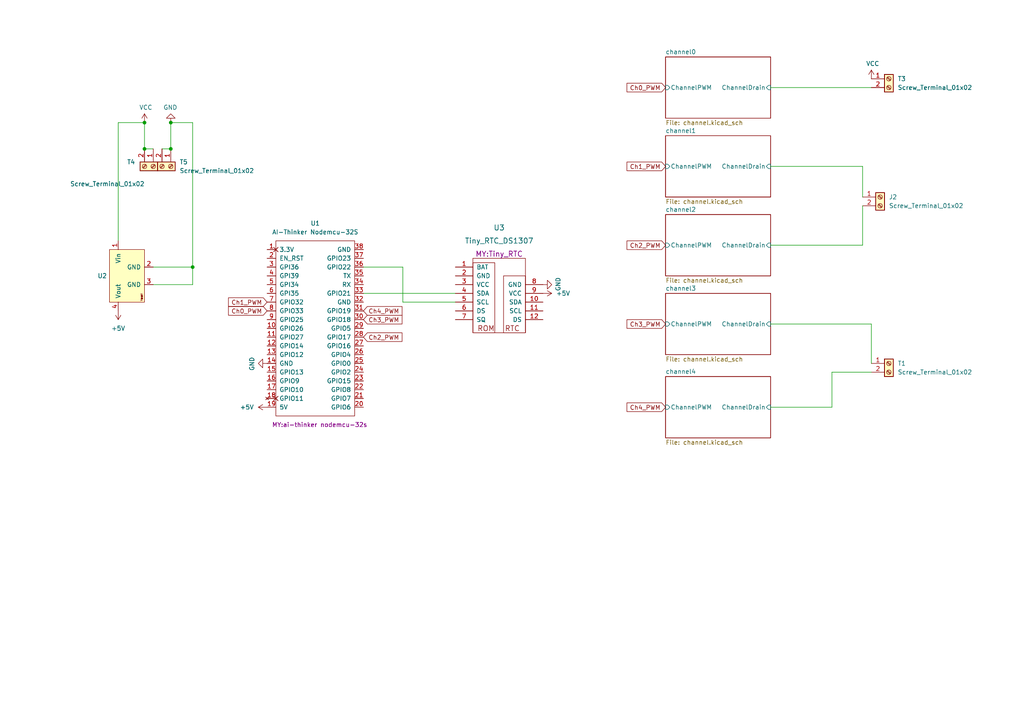
<source format=kicad_sch>
(kicad_sch (version 20211123) (generator eeschema)
  (paper "A4")
  (lib_symbols
    (symbol "Connector:Screw_Terminal_01x02" (pin_names (offset 1.016) hide)
      (property "Reference" "J" (at 0 2.54 0))
      (property "Value" "Screw_Terminal_01x02" (at 0 -5.08 0))
      (symbol "Screw_Terminal_01x02_1_1"
        (rectangle (start -1.27 1.27) (end 1.27 -3.81) (stroke (width 0.254)) (fill (type background)))
        (circle (center 0 -2.54) (radius 0.635) (stroke (width 0.1524)))
        (polyline (pts (xy -0.5334 -2.2098) (xy 0.3302 -3.048)) (stroke (width 0.1524)))
        (polyline (pts (xy -0.5334 0.3302) (xy 0.3302 -0.508)) (stroke (width 0.1524)))
        (polyline (pts (xy -0.3556 -2.032) (xy 0.508 -2.8702)) (stroke (width 0.1524)))
        (polyline (pts (xy -0.3556 0.508) (xy 0.508 -0.3302)) (stroke (width 0.1524)))
        (circle (center 0 0) (radius 0.635) (stroke (width 0.1524)))
        (pin passive line (at -5.08 0 0) (length 3.81) (name "Pin_1") (number "1"))
        (pin passive line (at -5.08 -2.54 0) (length 3.81) (name "Pin_2") (number "2"))
      )
    )
    (symbol "ai-thinker nodemcu-32s:AI-Thinker Nodemcu-32S" (pin_names (offset 1.016))
      (property "Reference" "U" (at -10.16 8.89 0))
      (property "Value" "AI-Thinker Nodemcu-32S" (at 0 -44.45 0))
      (symbol "AI-Thinker Nodemcu-32S_0_1"
        (rectangle (start -11.43 7.62) (end 11.43 -43.18))
      )
      (symbol "AI-Thinker Nodemcu-32S_1_1"
        (pin power_out non_logic (at -13.97 5.08 0) (length 2.54) (name "3.3V") (number "1"))
        (pin bidirectional line (at -13.97 -17.78 0) (length 2.54) (name "GPIO26") (number "10"))
        (pin bidirectional line (at -13.97 -20.32 0) (length 2.54) (name "GPIO27") (number "11"))
        (pin bidirectional line (at -13.97 -22.86 0) (length 2.54) (name "GPIO14") (number "12"))
        (pin bidirectional line (at -13.97 -25.4 0) (length 2.54) (name "GPIO12") (number "13"))
        (pin power_in line (at -13.97 -27.94 0) (length 2.54) (name "GND") (number "14"))
        (pin bidirectional line (at -13.97 -30.48 0) (length 2.54) (name "GPIO13") (number "15"))
        (pin bidirectional line (at -13.97 -33.02 0) (length 2.54) (name "GPIO9") (number "16"))
        (pin bidirectional line (at -13.97 -35.56 0) (length 2.54) (name "GPIO10") (number "17"))
        (pin no_connect non_logic (at -13.97 -38.1 0) (length 2.54) (name "GPIO11") (number "18"))
        (pin power_in line (at -13.97 -40.64 0) (length 2.54) (name "5V") (number "19"))
        (pin bidirectional line (at -13.97 2.54 0) (length 2.54) (name "EN_RST") (number "2"))
        (pin bidirectional line (at 13.97 -40.64 180) (length 2.54) (name "GPIO6") (number "20"))
        (pin bidirectional line (at 13.97 -38.1 180) (length 2.54) (name "GPIO7") (number "21"))
        (pin bidirectional line (at 13.97 -35.56 180) (length 2.54) (name "GPIO8") (number "22"))
        (pin bidirectional line (at 13.97 -33.02 180) (length 2.54) (name "GPIO15") (number "23"))
        (pin bidirectional line (at 13.97 -30.48 180) (length 2.54) (name "GPIO2") (number "24"))
        (pin bidirectional line (at 13.97 -27.94 180) (length 2.54) (name "GPIO0") (number "25"))
        (pin bidirectional line (at 13.97 -25.4 180) (length 2.54) (name "GPIO4") (number "26"))
        (pin bidirectional line (at 13.97 -22.86 180) (length 2.54) (name "GPIO16") (number "27"))
        (pin bidirectional line (at 13.97 -20.32 180) (length 2.54) (name "GPIO17") (number "28"))
        (pin bidirectional line (at 13.97 -17.78 180) (length 2.54) (name "GPIO5") (number "29"))
        (pin input line (at -13.97 0 0) (length 2.54) (name "GPI36") (number "3"))
        (pin bidirectional line (at 13.97 -15.24 180) (length 2.54) (name "GPIO18") (number "30"))
        (pin bidirectional line (at 13.97 -12.7 180) (length 2.54) (name "GPIO19") (number "31"))
        (pin tri_state line (at 13.97 -10.16 180) (length 2.54) (name "GND") (number "32"))
        (pin bidirectional line (at 13.97 -7.62 180) (length 2.54) (name "GPIO21") (number "33"))
        (pin bidirectional line (at 13.97 -5.08 180) (length 2.54) (name "RX") (number "34"))
        (pin bidirectional line (at 13.97 -2.54 180) (length 2.54) (name "TX") (number "35"))
        (pin bidirectional line (at 13.97 0 180) (length 2.54) (name "GPIO22") (number "36"))
        (pin bidirectional line (at 13.97 2.54 180) (length 2.54) (name "GPIO23") (number "37"))
        (pin passive line (at 13.97 5.08 180) (length 2.54) (name "GND") (number "38"))
        (pin input line (at -13.97 -2.54 0) (length 2.54) (name "GPI39") (number "4"))
        (pin input line (at -13.97 -5.08 0) (length 2.54) (name "GPI34") (number "5"))
        (pin input line (at -13.97 -7.62 0) (length 2.54) (name "GPI35") (number "6"))
        (pin bidirectional line (at -13.97 -10.16 0) (length 2.54) (name "GPIO32") (number "7"))
        (pin bidirectional line (at -13.97 -12.7 0) (length 2.54) (name "GPIO33") (number "8"))
        (pin bidirectional line (at -13.97 -15.24 0) (length 2.54) (name "GPIO25") (number "9"))
      )
    )
    (symbol "crumpschemes:Tiny_RTC_DS1307" (pin_names (offset 1.016))
      (property "Reference" "U" (at 0 15.24 0))
      (property "Value" "Tiny_RTC_DS1307" (at 0 -11.43 0))
      (symbol "Tiny_RTC_DS1307_0_0"
        (rectangle (start -7.62 12.7) (end 7.62 -8.89))
        (rectangle (start -1.27 12.7) (end -7.62 -3.81))
        (rectangle (start 1.27 12.7) (end 7.62 -7.62))
        (text "ROM" (at 3.81 11.43 0) (effects (font (size 1.524 1.524))))
        (text "RTC" (at -3.81 11.43 0) (effects (font (size 1.524 1.524))))
      )
      (symbol "Tiny_RTC_DS1307_1_1"
        (pin bidirectional line (at 12.7 -6.35 180) (length 5.08) (name "BAT") (number "1"))
        (pin bidirectional line (at -12.7 3.81 0) (length 5.08) (name "SDA") (number "10"))
        (pin bidirectional line (at -12.7 6.35 0) (length 5.08) (name "SCL") (number "11"))
        (pin bidirectional line (at -12.7 8.89 0) (length 5.08) (name "DS") (number "12"))
        (pin power_in line (at 12.7 -3.81 180) (length 5.08) (name "GND") (number "2"))
        (pin power_in line (at 12.7 -1.27 180) (length 5.08) (name "VCC") (number "3"))
        (pin bidirectional line (at 12.7 1.27 180) (length 5.08) (name "SDA") (number "4"))
        (pin bidirectional line (at 12.7 3.81 180) (length 5.08) (name "SCL") (number "5"))
        (pin bidirectional line (at 12.7 6.35 180) (length 5.08) (name "DS") (number "6"))
        (pin bidirectional line (at 12.7 8.89 180) (length 5.08) (name "SQ") (number "7"))
        (pin power_in line (at -12.7 -1.27 0) (length 5.08) (name "GND") (number "8"))
        (pin power_in line (at -12.7 1.27 0) (length 5.08) (name "VCC") (number "9"))
      )
    )
    (symbol "esp32_dimmer_rtc-rescue:YAAJ_DCDC_StepDown_LM2596-yaaj_dcdc_stepdown_lm2596" (pin_names (offset 1.016))
      (property "Reference" "U" (at -5.08 6.35 0))
      (property "Value" "YAAJ_DCDC_StepDown_LM2596-yaaj_dcdc_stepdown_lm2596" (at 0 11.43 0))
      (symbol "YAAJ_DCDC_StepDown_LM2596-yaaj_dcdc_stepdown_lm2596_0_1"
        (rectangle (start -7.62 5.08) (end 7.62 -5.08) (fill (type background)))
      )
      (symbol "YAAJ_DCDC_StepDown_LM2596-yaaj_dcdc_stepdown_lm2596_1_1"
        (text "Y@@V" (at 6.1976 -4.2672 0) (effects (font (size 0.508 0.508))))
        (pin power_in line (at -10.16 2.54 0) (length 2.54) (name "Vin") (number "1"))
        (pin power_in line (at -2.54 -7.62 90) (length 2.54) (name "GND") (number "2"))
        (pin power_in line (at 2.54 -7.62 90) (length 2.54) (name "GND") (number "3"))
        (pin power_out line (at 10.16 2.54 180) (length 2.54) (name "Vout") (number "4"))
      )
    )
    (symbol "power:+5V" (power) (pin_names (offset 0))
      (property "Value" "+5V" (at 0 3.556 0))
      (symbol "+5V_0_1"
        (polyline (pts (xy -0.762 1.27) (xy 0 2.54)))
        (polyline (pts (xy 0 0) (xy 0 2.54)))
        (polyline (pts (xy 0 2.54) (xy 0.762 1.27)))
      )
      (symbol "+5V_1_1"
        (pin power_in line (at 0 0 90) (length 0) hide (name "+5V") (number "1"))
      )
    )
    (symbol "power:GND" (power) (pin_names (offset 0))
      (property "Value" "GND" (at 0 -3.81 0))
      (symbol "GND_0_1"
        (polyline (pts (xy 0 0) (xy 0 -1.27) (xy 1.27 -1.27) (xy 0 -2.54) (xy -1.27 -1.27) (xy 0 -1.27)))
      )
      (symbol "GND_1_1"
        (pin power_in line (at 0 0 270) (length 0) hide (name "GND") (number "1"))
      )
    )
    (symbol "power:VCC" (power) (pin_names (offset 0))
      (property "Value" "VCC" (at 0 3.81 0))
      (symbol "VCC_0_1"
        (polyline (pts (xy -0.762 1.27) (xy 0 2.54)))
        (polyline (pts (xy 0 0) (xy 0 2.54)))
        (polyline (pts (xy 0 2.54) (xy 0.762 1.27)))
      )
      (symbol "VCC_1_1"
        (pin power_in line (at 0 0 90) (length 0) hide (name "VCC") (number "1"))
      )
    )
  )
  (junction (at 41.91 43.18))
  (junction (at 49.53 35.56))
  (junction (at 41.91 35.56))
  (junction (at 49.53 43.18))
  (junction (at 55.88 77.47))
  (wire (pts (xy 250.19 48.26) (xy 250.19 57.15)))
  (wire (pts (xy 46.99 43.18) (xy 49.53 43.18)))
  (wire (pts (xy 241.3 118.11) (xy 241.3 107.95)))
  (wire (pts (xy 223.52 71.12) (xy 250.19 71.12)))
  (wire (pts (xy 223.52 48.26) (xy 250.19 48.26)))
  (wire (pts (xy 223.52 25.4) (xy 252.73 25.4)))
  (wire (pts (xy 41.91 35.56) (xy 34.29 35.56)))
  (wire (pts (xy 44.45 77.47) (xy 55.88 77.47)))
  (wire (pts (xy 49.53 35.56) (xy 55.88 35.56)))
  (wire (pts (xy 44.45 82.55) (xy 55.88 82.55)))
  (wire (pts (xy 41.91 35.56) (xy 41.91 43.18)))
  (wire (pts (xy 241.3 107.95) (xy 252.73 107.95)))
  (wire (pts (xy 49.53 35.56) (xy 49.53 43.18)))
  (wire (pts (xy 41.91 43.18) (xy 44.45 43.18)))
  (wire (pts (xy 105.41 77.47) (xy 116.84 77.47)))
  (wire (pts (xy 34.29 35.56) (xy 34.29 69.85)))
  (wire (pts (xy 223.52 93.98) (xy 252.73 93.98)))
  (wire (pts (xy 55.88 77.47) (xy 55.88 35.56)))
  (wire (pts (xy 252.73 93.98) (xy 252.73 105.41)))
  (wire (pts (xy 105.41 85.09) (xy 132.08 85.09)))
  (wire (pts (xy 55.88 82.55) (xy 55.88 77.47)))
  (wire (pts (xy 116.84 77.47) (xy 116.84 87.63)))
  (wire (pts (xy 116.84 87.63) (xy 132.08 87.63)))
  (wire (pts (xy 250.19 71.12) (xy 250.19 59.69)))
  (wire (pts (xy 241.3 118.11) (xy 223.52 118.11)))
  (global_label "Ch4_PWM" (shape input) (at 105.41 90.17 0) (property "Intersheet References" "${INTERSHEET_REFS}" (effects hide)))
  (global_label "Ch2_PWM" (shape input) (at 193.04 71.12 180) (property "Intersheet References" "${INTERSHEET_REFS}" (effects hide)))
  (global_label "Ch0_PWM" (shape input) (at 193.04 25.4 180) (property "Intersheet References" "${INTERSHEET_REFS}" (effects hide)))
  (global_label "Ch3_PWM" (shape input) (at 193.04 93.98 180) (property "Intersheet References" "${INTERSHEET_REFS}" (effects hide)))
  (global_label "Ch2_PWM" (shape input) (at 105.41 97.79 0) (property "Intersheet References" "${INTERSHEET_REFS}" (effects hide)))
  (global_label "Ch3_PWM" (shape input) (at 105.41 92.71 0) (property "Intersheet References" "${INTERSHEET_REFS}" (effects hide)))
  (global_label "Ch1_PWM" (shape input) (at 77.47 87.63 180) (property "Intersheet References" "${INTERSHEET_REFS}" (effects hide)))
  (global_label "Ch1_PWM" (shape input) (at 193.04 48.26 180) (property "Intersheet References" "${INTERSHEET_REFS}" (effects hide)))
  (global_label "Ch0_PWM" (shape input) (at 77.47 90.17 180) (property "Intersheet References" "${INTERSHEET_REFS}" (effects hide)))
  (global_label "Ch4_PWM" (shape input) (at 193.04 118.11 180) (property "Intersheet References" "${INTERSHEET_REFS}" (effects hide)))
  (symbol (lib_id "power:GND") (at 49.53 35.56 180) (unit 1)
    (property "Reference" "#PWR02" (effects hide))
    (property "Value" "GND" (at 49.403 31.1658 0))
  )
  (symbol (lib_id "power:VCC") (at 41.91 35.56 0) (unit 1)
    (property "Reference" "#PWR01" (effects hide))
    (property "Value" "VCC" (at 42.291 31.1658 0))
  )
  (symbol (lib_id "esp32_dimmer_rtc-rescue:YAAJ_DCDC_StepDown_LM2596-yaaj_dcdc_stepdown_lm2596") (at 36.83 80.01 90) (mirror x) (unit 1)
    (property "Reference" "U2" (at 31.0388 80.01 90) (effects (justify left)))
    (property "Value" "YAAJ_DCDC_StepDown_LM2596" (effects hide))
    (property "Footprint" "lm2596:LM2596_DCDC_StepDown" (effects hide))
  )
  (symbol (lib_id "power:+5V") (at 157.48 85.09 270) (unit 1)
    (property "Reference" "#PWR0108" (effects hide))
    (property "Value" "+5V" (at 161.29 85.0899 90) (effects (justify left)))
  )
  (symbol (lib_id "power:+5V") (at 34.29 90.17 180) (unit 1)
    (property "Reference" "#PWR0102" (effects hide))
    (property "Value" "+5V" (at 34.29 95.25 0))
  )
  (symbol (lib_id "Connector:Screw_Terminal_01x02") (at 255.27 57.15 0) (unit 1)
    (property "Reference" "J2" (at 257.81 57.1499 0) (effects (justify left)))
    (property "Value" "Screw_Terminal_01x02" (at 257.81 59.6899 0) (effects (justify left)))
    (property "Footprint" "TerminalBlock:TerminalBlock_Altech_AK300-2_P5.00mm" (effects hide))
  )
  (symbol (lib_id "power:VCC") (at 252.73 22.86 0) (unit 1)
    (property "Reference" "#PWR0101" (effects hide))
    (property "Value" "VCC" (at 253.111 18.4658 0))
  )
  (symbol (lib_id "Connector:Screw_Terminal_01x02") (at 44.45 48.26 270) (unit 1)
    (property "Reference" "T4" (at 36.83 46.99 90) (effects (justify left)))
    (property "Value" "Screw_Terminal_01x02" (at 20.32 53.34 90) (effects (justify left)))
    (property "Footprint" "TerminalBlock:TerminalBlock_Altech_AK300-2_P5.00mm" (effects hide))
  )
  (symbol (lib_id "power:+5V") (at 77.47 118.11 90) (unit 1)
    (property "Reference" "#PWR0103" (effects hide))
    (property "Value" "+5V" (at 73.66 118.1099 90) (effects (justify left)))
  )
  (symbol (lib_id "ai-thinker nodemcu-32s:AI-Thinker Nodemcu-32S") (at 91.44 77.47 0) (unit 1)
    (property "Reference" "U1" (at 91.44 64.77 0))
    (property "Value" "AI-Thinker Nodemcu-32S" (at 91.44 67.31 0))
    (property "Footprint" "MY:ai-thinker nodemcu-32s" (at 92.71 123.19 0))
  )
  (symbol (lib_id "power:GND") (at 77.47 105.41 270) (unit 1)
    (property "Reference" "#PWR0104" (effects hide))
    (property "Value" "GND" (at 73.0758 105.537 0))
  )
  (symbol (lib_id "Connector:Screw_Terminal_01x02") (at 257.81 105.41 0) (unit 1)
    (property "Reference" "T1" (at 260.35 105.4099 0) (effects (justify left)))
    (property "Value" "Screw_Terminal_01x02" (at 260.35 107.9499 0) (effects (justify left)))
    (property "Footprint" "TerminalBlock:TerminalBlock_Altech_AK300-2_P5.00mm" (effects hide))
  )
  (symbol (lib_id "power:GND") (at 157.48 82.55 90) (unit 1)
    (property "Reference" "#PWR0107" (effects hide))
    (property "Value" "GND" (at 161.8742 82.423 0))
  )
  (symbol (lib_id "Connector:Screw_Terminal_01x02") (at 49.53 48.26 270) (unit 1)
    (property "Reference" "T5" (at 52.07 46.9899 90) (effects (justify left)))
    (property "Value" "Screw_Terminal_01x02" (at 52.07 49.5299 90) (effects (justify left)))
    (property "Footprint" "TerminalBlock:TerminalBlock_Altech_AK300-2_P5.00mm" (effects hide))
  )
  (symbol (lib_id "Connector:Screw_Terminal_01x02") (at 257.81 22.86 0) (unit 1)
    (property "Reference" "T3" (at 260.35 22.8599 0) (effects (justify left)))
    (property "Value" "Screw_Terminal_01x02" (at 260.35 25.3999 0) (effects (justify left)))
    (property "Footprint" "TerminalBlock:TerminalBlock_Altech_AK300-2_P5.00mm" (effects hide))
  )
  (symbol (lib_id "crumpschemes:Tiny_RTC_DS1307") (at 144.78 83.82 180) (unit 1)
    (property "Reference" "U3" (at 144.78 66.04 0) (effects (font (size 1.524 1.524))))
    (property "Value" "Tiny_RTC_DS1307" (at 144.78 69.85 0) (effects (font (size 1.524 1.524))))
    (property "Footprint" "MY:Tiny_RTC" (at 144.78 73.66 0) (effects (font (size 1.524 1.524))))
  )
  (sheet (at 193.04 16.51) (size 30.48 17.78)
    (property "Sheet name" "channel0" (at 193.04 15.7984 0) (effects (justify left bottom)))
    (property "Sheet file" "channel.kicad_sch" (at 193.04 34.8746 0) (effects (justify left top)))
    (pin "ChannelPWM" input (at 193.04 25.4 180))
    (pin "ChannelDrain" input (at 223.52 25.4 0))
  )
  (sheet (at 193.04 39.37) (size 30.48 17.78)
    (property "Sheet name" "channel1" (at 193.04 38.6584 0) (effects (justify left bottom)))
    (property "Sheet file" "channel.kicad_sch" (at 193.04 57.7346 0) (effects (justify left top)))
    (pin "ChannelPWM" input (at 193.04 48.26 180))
    (pin "ChannelDrain" input (at 223.52 48.26 0))
  )
  (sheet (at 193.04 62.23) (size 30.48 17.78)
    (property "Sheet name" "channel2" (at 193.04 61.5184 0) (effects (justify left bottom)))
    (property "Sheet file" "channel.kicad_sch" (at 193.04 80.5946 0) (effects (justify left top)))
    (pin "ChannelPWM" input (at 193.04 71.12 180))
    (pin "ChannelDrain" input (at 223.52 71.12 0))
  )
  (sheet (at 193.04 85.09) (size 30.48 17.78)
    (property "Sheet name" "channel3" (at 193.04 84.3784 0) (effects (justify left bottom)))
    (property "Sheet file" "channel.kicad_sch" (at 193.04 103.4546 0) (effects (justify left top)))
    (pin "ChannelPWM" input (at 193.04 93.98 180))
    (pin "ChannelDrain" input (at 223.52 93.98 0))
  )
  (sheet (at 193.04 109.22) (size 30.48 17.78)
    (property "Sheet name" "channel4" (at 193.04 108.5084 0) (effects (justify left bottom)))
    (property "Sheet file" "channel.kicad_sch" (at 193.04 127.5846 0) (effects (justify left top)))
    (pin "ChannelPWM" input (at 193.04 118.11 180))
    (pin "ChannelDrain" input (at 223.52 118.11 0))
  )
)
</source>
